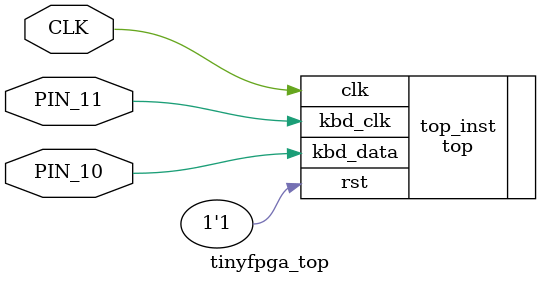
<source format=sv>
`default_nettype none
`timescale 1ns / 1ps

module tinyfpga_top (
    input wire   logic CLK, // 16MHz clock

    inout logic  PIN_10,
    inout logic  PIN_11
  );

    top top_inst (
      .clk(CLK), .rst('1),
      .kbd_clk(PIN_11),
      .kbd_data(PIN_10)
    );

endmodule // tinyfpga_top

</source>
